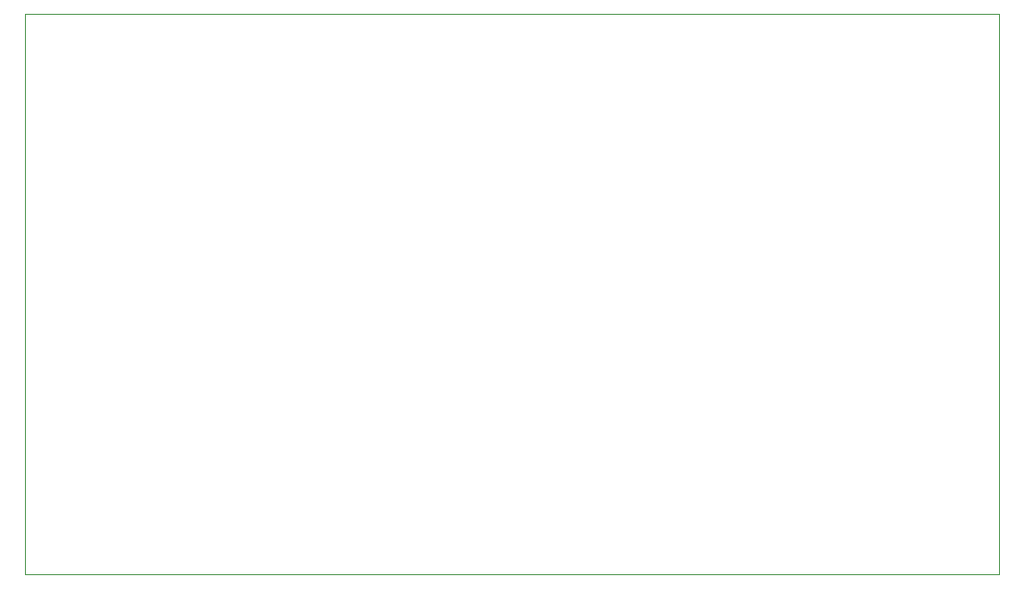
<source format=gm1>
G04 #@! TF.GenerationSoftware,KiCad,Pcbnew,6.0.2+dfsg-1*
G04 #@! TF.CreationDate,2023-09-16T20:59:25-06:00*
G04 #@! TF.ProjectId,ckt-dingdong-prog,636b742d-6469-46e6-9764-6f6e672d7072,rev?*
G04 #@! TF.SameCoordinates,Original*
G04 #@! TF.FileFunction,Profile,NP*
%FSLAX46Y46*%
G04 Gerber Fmt 4.6, Leading zero omitted, Abs format (unit mm)*
G04 Created by KiCad (PCBNEW 6.0.2+dfsg-1) date 2023-09-16 20:59:25*
%MOMM*%
%LPD*%
G01*
G04 APERTURE LIST*
G04 #@! TA.AperFunction,Profile*
%ADD10C,0.100000*%
G04 #@! TD*
G04 APERTURE END LIST*
D10*
X139700000Y-67945000D02*
X50546000Y-67945000D01*
X50546000Y-67945000D02*
X50546000Y-119253000D01*
X50546000Y-119253000D02*
X139700000Y-119253000D01*
X139700000Y-119253000D02*
X139700000Y-67945000D01*
M02*

</source>
